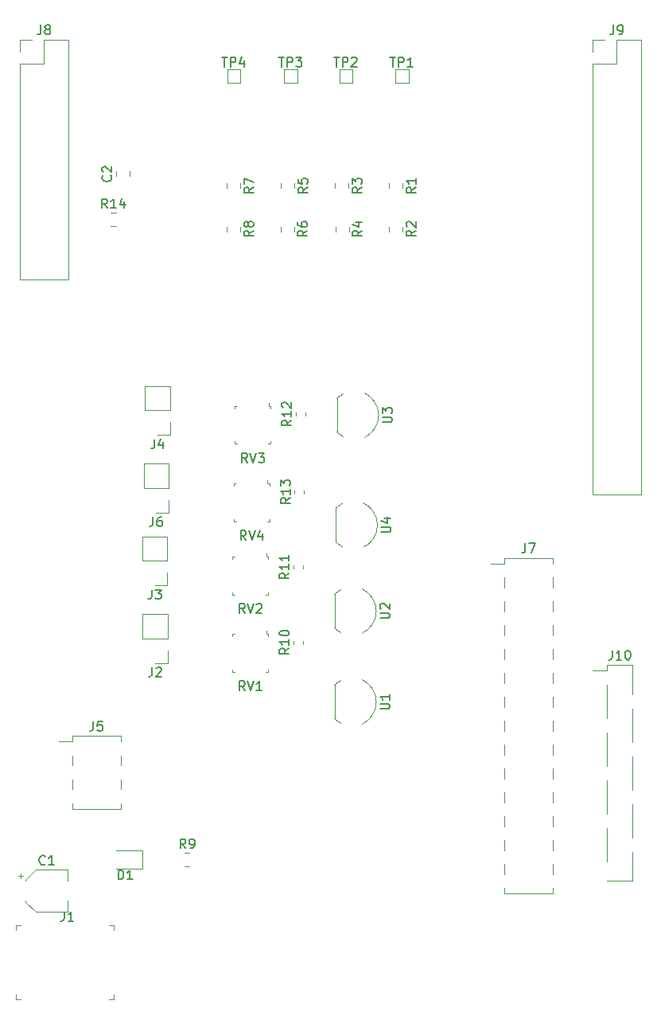
<source format=gbr>
G04 #@! TF.GenerationSoftware,KiCad,Pcbnew,(5.1.2)-2*
G04 #@! TF.CreationDate,2021-06-22T12:17:49+03:00*
G04 #@! TF.ProjectId,extension_board,65787465-6e73-4696-9f6e-5f626f617264,rev?*
G04 #@! TF.SameCoordinates,Original*
G04 #@! TF.FileFunction,Legend,Top*
G04 #@! TF.FilePolarity,Positive*
%FSLAX46Y46*%
G04 Gerber Fmt 4.6, Leading zero omitted, Abs format (unit mm)*
G04 Created by KiCad (PCBNEW (5.1.2)-2) date 2021-06-22 12:17:49*
%MOMM*%
%LPD*%
G04 APERTURE LIST*
%ADD10C,0.120000*%
%ADD11C,0.100000*%
%ADD12C,0.150000*%
G04 APERTURE END LIST*
D10*
X132020000Y-100524000D02*
X137220000Y-100524000D01*
X132020000Y-136204000D02*
X137220000Y-136204000D01*
X130580000Y-101094000D02*
X132020000Y-101094000D01*
X132020000Y-100524000D02*
X132020000Y-101094000D01*
X137220000Y-100524000D02*
X137220000Y-101094000D01*
X132020000Y-135634000D02*
X132020000Y-136204000D01*
X137220000Y-135634000D02*
X137220000Y-136204000D01*
X132020000Y-102614000D02*
X132020000Y-103634000D01*
X137220000Y-102614000D02*
X137220000Y-103634000D01*
X132020000Y-105154000D02*
X132020000Y-106174000D01*
X137220000Y-105154000D02*
X137220000Y-106174000D01*
X132020000Y-107694000D02*
X132020000Y-108714000D01*
X137220000Y-107694000D02*
X137220000Y-108714000D01*
X132020000Y-110234000D02*
X132020000Y-111254000D01*
X137220000Y-110234000D02*
X137220000Y-111254000D01*
X132020000Y-112774000D02*
X132020000Y-113794000D01*
X137220000Y-112774000D02*
X137220000Y-113794000D01*
X132020000Y-115314000D02*
X132020000Y-116334000D01*
X137220000Y-115314000D02*
X137220000Y-116334000D01*
X132020000Y-117854000D02*
X132020000Y-118874000D01*
X137220000Y-117854000D02*
X137220000Y-118874000D01*
X132020000Y-120394000D02*
X132020000Y-121414000D01*
X137220000Y-120394000D02*
X137220000Y-121414000D01*
X132020000Y-122934000D02*
X132020000Y-123954000D01*
X137220000Y-122934000D02*
X137220000Y-123954000D01*
X132020000Y-125474000D02*
X132020000Y-126494000D01*
X137220000Y-125474000D02*
X137220000Y-126494000D01*
X132020000Y-128014000D02*
X132020000Y-129034000D01*
X137220000Y-128014000D02*
X137220000Y-129034000D01*
X132020000Y-130554000D02*
X132020000Y-131574000D01*
X137220000Y-130554000D02*
X137220000Y-131574000D01*
X132020000Y-133094000D02*
X132020000Y-134114000D01*
X137220000Y-133094000D02*
X137220000Y-134114000D01*
X143005500Y-129220500D02*
X143005500Y-132780500D01*
X143005500Y-124140500D02*
X143005500Y-127700500D01*
X143005500Y-119060500D02*
X143005500Y-122620500D01*
X143005500Y-113980500D02*
X143005500Y-117540500D01*
X145665500Y-131760500D02*
X145665500Y-134870500D01*
X145665500Y-126680500D02*
X145665500Y-130240500D01*
X145665500Y-121600500D02*
X145665500Y-125160500D01*
X145665500Y-116520500D02*
X145665500Y-120080500D01*
X145665500Y-134300500D02*
X145665500Y-134870500D01*
X143005500Y-111890500D02*
X143005500Y-112460500D01*
X143005500Y-112460500D02*
X141485500Y-112460500D01*
X145665500Y-111890500D02*
X145665500Y-115000500D01*
X143005500Y-134870500D02*
X145665500Y-134870500D01*
X143005500Y-111890500D02*
X145665500Y-111890500D01*
X86046000Y-119447000D02*
X91246000Y-119447000D01*
X86046000Y-127187000D02*
X91246000Y-127187000D01*
X84606000Y-120017000D02*
X86046000Y-120017000D01*
X86046000Y-119447000D02*
X86046000Y-120017000D01*
X91246000Y-119447000D02*
X91246000Y-120017000D01*
X86046000Y-126617000D02*
X86046000Y-127187000D01*
X91246000Y-126617000D02*
X91246000Y-127187000D01*
X86046000Y-121537000D02*
X86046000Y-122557000D01*
X91246000Y-121537000D02*
X91246000Y-122557000D01*
X86046000Y-124077000D02*
X86046000Y-125097000D01*
X91246000Y-124077000D02*
X91246000Y-125097000D01*
X114828205Y-99352184D02*
G75*
G02X114101000Y-98828000I1122795J2324184D01*
G01*
X117049807Y-99384400D02*
G75*
G03X118551000Y-97028000I-1098807J2356400D01*
G01*
X117049807Y-94671600D02*
G75*
G02X118551000Y-97028000I-1098807J-2356400D01*
G01*
X114828205Y-94703816D02*
G75*
G03X114101000Y-95228000I1122795J-2324184D01*
G01*
X114101000Y-95228000D02*
X114101000Y-98828000D01*
X114701205Y-108496184D02*
G75*
G02X113974000Y-107972000I1122795J2324184D01*
G01*
X116922807Y-108528400D02*
G75*
G03X118424000Y-106172000I-1098807J2356400D01*
G01*
X116922807Y-103815600D02*
G75*
G02X118424000Y-106172000I-1098807J-2356400D01*
G01*
X114701205Y-103847816D02*
G75*
G03X113974000Y-104372000I1122795J-2324184D01*
G01*
X113974000Y-104372000D02*
X113974000Y-107972000D01*
X96326000Y-95691000D02*
X94996000Y-95691000D01*
X96326000Y-94361000D02*
X96326000Y-95691000D01*
X96326000Y-93091000D02*
X93666000Y-93091000D01*
X93666000Y-93091000D02*
X93666000Y-90491000D01*
X96326000Y-93091000D02*
X96326000Y-90491000D01*
X96326000Y-90491000D02*
X93666000Y-90491000D01*
X96468000Y-87436000D02*
X95138000Y-87436000D01*
X96468000Y-86106000D02*
X96468000Y-87436000D01*
X96468000Y-84836000D02*
X93808000Y-84836000D01*
X93808000Y-84836000D02*
X93808000Y-82236000D01*
X96468000Y-84836000D02*
X96468000Y-82236000D01*
X96468000Y-82236000D02*
X93808000Y-82236000D01*
X96184000Y-103438000D02*
X94854000Y-103438000D01*
X96184000Y-102108000D02*
X96184000Y-103438000D01*
X96184000Y-100838000D02*
X93524000Y-100838000D01*
X93524000Y-100838000D02*
X93524000Y-98238000D01*
X96184000Y-100838000D02*
X96184000Y-98238000D01*
X96184000Y-98238000D02*
X93524000Y-98238000D01*
X96214000Y-111693000D02*
X94884000Y-111693000D01*
X96214000Y-110363000D02*
X96214000Y-111693000D01*
X96214000Y-109093000D02*
X93554000Y-109093000D01*
X93554000Y-109093000D02*
X93554000Y-106493000D01*
X96214000Y-109093000D02*
X96214000Y-106493000D01*
X96214000Y-106493000D02*
X93554000Y-106493000D01*
X114955205Y-87668184D02*
G75*
G02X114228000Y-87144000I1122795J2324184D01*
G01*
X117176807Y-87700400D02*
G75*
G03X118678000Y-85344000I-1098807J2356400D01*
G01*
X117176807Y-82987600D02*
G75*
G02X118678000Y-85344000I-1098807J-2356400D01*
G01*
X114955205Y-83019816D02*
G75*
G03X114228000Y-83544000I1122795J-2324184D01*
G01*
X114228000Y-83544000D02*
X114228000Y-87144000D01*
X114701205Y-118148184D02*
G75*
G02X113974000Y-117624000I1122795J2324184D01*
G01*
X116922807Y-118180400D02*
G75*
G03X118424000Y-115824000I-1098807J2356400D01*
G01*
X116922807Y-113467600D02*
G75*
G02X118424000Y-115824000I-1098807J-2356400D01*
G01*
X114701205Y-113499816D02*
G75*
G03X113974000Y-114024000I1122795J-2324184D01*
G01*
X113974000Y-114024000D02*
X113974000Y-117624000D01*
X102551000Y-49976000D02*
X102551000Y-48576000D01*
X103951000Y-49976000D02*
X102551000Y-49976000D01*
X103951000Y-48576000D02*
X103951000Y-49976000D01*
X102551000Y-48576000D02*
X103951000Y-48576000D01*
X108604666Y-49976000D02*
X108604666Y-48576000D01*
X110004666Y-49976000D02*
X108604666Y-49976000D01*
X110004666Y-48576000D02*
X110004666Y-49976000D01*
X108604666Y-48576000D02*
X110004666Y-48576000D01*
X114489000Y-49976000D02*
X114489000Y-48576000D01*
X115889000Y-49976000D02*
X114489000Y-49976000D01*
X115889000Y-48576000D02*
X115889000Y-49976000D01*
X114489000Y-48576000D02*
X115889000Y-48576000D01*
X120458000Y-49976000D02*
X120458000Y-48576000D01*
X121858000Y-49976000D02*
X120458000Y-49976000D01*
X121858000Y-48576000D02*
X121858000Y-49976000D01*
X120458000Y-48576000D02*
X121858000Y-48576000D01*
X90171748Y-65226000D02*
X90694252Y-65226000D01*
X90171748Y-63806000D02*
X90694252Y-63806000D01*
X92150000Y-59942252D02*
X92150000Y-59419748D01*
X90730000Y-59942252D02*
X90730000Y-59419748D01*
X141418000Y-45406000D02*
X142748000Y-45406000D01*
X141418000Y-46736000D02*
X141418000Y-45406000D01*
X144018000Y-45406000D02*
X146618000Y-45406000D01*
X144018000Y-48006000D02*
X144018000Y-45406000D01*
X141418000Y-48006000D02*
X144018000Y-48006000D01*
X146618000Y-45406000D02*
X146618000Y-93786000D01*
X141418000Y-48006000D02*
X141418000Y-93786000D01*
X141418000Y-93786000D02*
X146618000Y-93786000D01*
X80458000Y-45406000D02*
X81788000Y-45406000D01*
X80458000Y-46736000D02*
X80458000Y-45406000D01*
X83058000Y-45406000D02*
X85658000Y-45406000D01*
X83058000Y-48006000D02*
X83058000Y-45406000D01*
X80458000Y-48006000D02*
X83058000Y-48006000D01*
X85658000Y-45406000D02*
X85658000Y-70926000D01*
X80458000Y-48006000D02*
X80458000Y-70926000D01*
X80458000Y-70926000D02*
X85658000Y-70926000D01*
X85598000Y-138166000D02*
X85598000Y-136966000D01*
X85598000Y-133646000D02*
X85598000Y-134846000D01*
X82142437Y-133646000D02*
X85598000Y-133646000D01*
X82142437Y-138166000D02*
X85598000Y-138166000D01*
X81078000Y-137101563D02*
X81078000Y-136966000D01*
X81078000Y-134710437D02*
X81078000Y-134846000D01*
X81078000Y-134710437D02*
X82142437Y-133646000D01*
X81078000Y-137101563D02*
X82142437Y-138166000D01*
X80338000Y-134346000D02*
X80838000Y-134346000D01*
X80588000Y-134096000D02*
X80588000Y-134596000D01*
X90703000Y-133548000D02*
X93563000Y-133548000D01*
X93563000Y-133548000D02*
X93563000Y-131628000D01*
X93563000Y-131628000D02*
X90703000Y-131628000D01*
D11*
X90476000Y-139610000D02*
X89976000Y-139610000D01*
X90476000Y-139610000D02*
X90476000Y-140110000D01*
X90466000Y-147430000D02*
X89966000Y-147430000D01*
X90466000Y-146930000D02*
X90466000Y-147430000D01*
X80088000Y-147410000D02*
X80588000Y-147410000D01*
X80088000Y-146910000D02*
X80088000Y-147410000D01*
X80088000Y-139610000D02*
X80088000Y-140110000D01*
X80088000Y-139610000D02*
X80588000Y-139610000D01*
D10*
X119813000Y-60689748D02*
X119813000Y-61212252D01*
X121233000Y-60689748D02*
X121233000Y-61212252D01*
X121233000Y-65279748D02*
X121233000Y-65802252D01*
X119813000Y-65279748D02*
X119813000Y-65802252D01*
X114055666Y-60689748D02*
X114055666Y-61212252D01*
X115475666Y-60689748D02*
X115475666Y-61212252D01*
X115518000Y-65279748D02*
X115518000Y-65802252D01*
X114098000Y-65279748D02*
X114098000Y-65802252D01*
X109718333Y-60689748D02*
X109718333Y-61212252D01*
X108298333Y-60689748D02*
X108298333Y-61212252D01*
X108256000Y-65279748D02*
X108256000Y-65802252D01*
X109676000Y-65279748D02*
X109676000Y-65802252D01*
X102541000Y-60689748D02*
X102541000Y-61212252D01*
X103961000Y-60689748D02*
X103961000Y-61212252D01*
X103961000Y-65279748D02*
X103961000Y-65802252D01*
X102541000Y-65279748D02*
X102541000Y-65802252D01*
X98036748Y-131878000D02*
X98559252Y-131878000D01*
X98036748Y-133298000D02*
X98559252Y-133298000D01*
X109599000Y-109659267D02*
X109599000Y-109316733D01*
X110619000Y-109659267D02*
X110619000Y-109316733D01*
X109599000Y-101658267D02*
X109599000Y-101315733D01*
X110619000Y-101658267D02*
X110619000Y-101315733D01*
X110873000Y-85402267D02*
X110873000Y-85059733D01*
X109853000Y-85402267D02*
X109853000Y-85059733D01*
X110746000Y-93657267D02*
X110746000Y-93314733D01*
X109726000Y-93657267D02*
X109726000Y-93314733D01*
D11*
X106729000Y-108623000D02*
X106729000Y-108273000D01*
X106929000Y-108623000D02*
X106729000Y-108623000D01*
X106929000Y-108873000D02*
X106929000Y-108623000D01*
X103129000Y-108623000D02*
X103129000Y-108873000D01*
X103129000Y-108623000D02*
X103329000Y-108623000D01*
X103129000Y-112623000D02*
X103379000Y-112623000D01*
X103129000Y-112623000D02*
X103129000Y-112373000D01*
X106929000Y-112623000D02*
X106679000Y-112623000D01*
X106929000Y-112623000D02*
X106929000Y-112373000D01*
X106929000Y-104398000D02*
X106929000Y-104148000D01*
X106929000Y-104398000D02*
X106679000Y-104398000D01*
X103129000Y-104398000D02*
X103129000Y-104148000D01*
X103129000Y-104398000D02*
X103379000Y-104398000D01*
X103129000Y-100398000D02*
X103329000Y-100398000D01*
X103129000Y-100398000D02*
X103129000Y-100648000D01*
X106929000Y-100648000D02*
X106929000Y-100398000D01*
X106929000Y-100398000D02*
X106729000Y-100398000D01*
X106729000Y-100398000D02*
X106729000Y-100048000D01*
X107183000Y-88381000D02*
X107183000Y-88131000D01*
X107183000Y-88381000D02*
X106933000Y-88381000D01*
X103383000Y-88381000D02*
X103383000Y-88131000D01*
X103383000Y-88381000D02*
X103633000Y-88381000D01*
X103383000Y-84381000D02*
X103583000Y-84381000D01*
X103383000Y-84381000D02*
X103383000Y-84631000D01*
X107183000Y-84631000D02*
X107183000Y-84381000D01*
X107183000Y-84381000D02*
X106983000Y-84381000D01*
X106983000Y-84381000D02*
X106983000Y-84031000D01*
X106856000Y-92621000D02*
X106856000Y-92271000D01*
X107056000Y-92621000D02*
X106856000Y-92621000D01*
X107056000Y-92871000D02*
X107056000Y-92621000D01*
X103256000Y-92621000D02*
X103256000Y-92871000D01*
X103256000Y-92621000D02*
X103456000Y-92621000D01*
X103256000Y-96621000D02*
X103506000Y-96621000D01*
X103256000Y-96621000D02*
X103256000Y-96371000D01*
X107056000Y-96621000D02*
X106806000Y-96621000D01*
X107056000Y-96621000D02*
X107056000Y-96371000D01*
D12*
X134286666Y-98976380D02*
X134286666Y-99690666D01*
X134239047Y-99833523D01*
X134143809Y-99928761D01*
X134000952Y-99976380D01*
X133905714Y-99976380D01*
X134667619Y-98976380D02*
X135334285Y-98976380D01*
X134905714Y-99976380D01*
X143525976Y-110342880D02*
X143525976Y-111057166D01*
X143478357Y-111200023D01*
X143383119Y-111295261D01*
X143240261Y-111342880D01*
X143145023Y-111342880D01*
X144525976Y-111342880D02*
X143954547Y-111342880D01*
X144240261Y-111342880D02*
X144240261Y-110342880D01*
X144145023Y-110485738D01*
X144049785Y-110580976D01*
X143954547Y-110628595D01*
X145145023Y-110342880D02*
X145240261Y-110342880D01*
X145335500Y-110390500D01*
X145383119Y-110438119D01*
X145430738Y-110533357D01*
X145478357Y-110723833D01*
X145478357Y-110961928D01*
X145430738Y-111152404D01*
X145383119Y-111247642D01*
X145335500Y-111295261D01*
X145240261Y-111342880D01*
X145145023Y-111342880D01*
X145049785Y-111295261D01*
X145002166Y-111247642D01*
X144954547Y-111152404D01*
X144906928Y-110961928D01*
X144906928Y-110723833D01*
X144954547Y-110533357D01*
X145002166Y-110438119D01*
X145049785Y-110390500D01*
X145145023Y-110342880D01*
X88312666Y-117899380D02*
X88312666Y-118613666D01*
X88265047Y-118756523D01*
X88169809Y-118851761D01*
X88026952Y-118899380D01*
X87931714Y-118899380D01*
X89265047Y-117899380D02*
X88788857Y-117899380D01*
X88741238Y-118375571D01*
X88788857Y-118327952D01*
X88884095Y-118280333D01*
X89122190Y-118280333D01*
X89217428Y-118327952D01*
X89265047Y-118375571D01*
X89312666Y-118470809D01*
X89312666Y-118708904D01*
X89265047Y-118804142D01*
X89217428Y-118851761D01*
X89122190Y-118899380D01*
X88884095Y-118899380D01*
X88788857Y-118851761D01*
X88741238Y-118804142D01*
X118963380Y-97789904D02*
X119772904Y-97789904D01*
X119868142Y-97742285D01*
X119915761Y-97694666D01*
X119963380Y-97599428D01*
X119963380Y-97408952D01*
X119915761Y-97313714D01*
X119868142Y-97266095D01*
X119772904Y-97218476D01*
X118963380Y-97218476D01*
X119296714Y-96313714D02*
X119963380Y-96313714D01*
X118915761Y-96551809D02*
X119630047Y-96789904D01*
X119630047Y-96170857D01*
X118836380Y-106933904D02*
X119645904Y-106933904D01*
X119741142Y-106886285D01*
X119788761Y-106838666D01*
X119836380Y-106743428D01*
X119836380Y-106552952D01*
X119788761Y-106457714D01*
X119741142Y-106410095D01*
X119645904Y-106362476D01*
X118836380Y-106362476D01*
X118931619Y-105933904D02*
X118884000Y-105886285D01*
X118836380Y-105791047D01*
X118836380Y-105552952D01*
X118884000Y-105457714D01*
X118931619Y-105410095D01*
X119026857Y-105362476D01*
X119122095Y-105362476D01*
X119264952Y-105410095D01*
X119836380Y-105981523D01*
X119836380Y-105362476D01*
X94662666Y-96143380D02*
X94662666Y-96857666D01*
X94615047Y-97000523D01*
X94519809Y-97095761D01*
X94376952Y-97143380D01*
X94281714Y-97143380D01*
X95567428Y-96143380D02*
X95376952Y-96143380D01*
X95281714Y-96191000D01*
X95234095Y-96238619D01*
X95138857Y-96381476D01*
X95091238Y-96571952D01*
X95091238Y-96952904D01*
X95138857Y-97048142D01*
X95186476Y-97095761D01*
X95281714Y-97143380D01*
X95472190Y-97143380D01*
X95567428Y-97095761D01*
X95615047Y-97048142D01*
X95662666Y-96952904D01*
X95662666Y-96714809D01*
X95615047Y-96619571D01*
X95567428Y-96571952D01*
X95472190Y-96524333D01*
X95281714Y-96524333D01*
X95186476Y-96571952D01*
X95138857Y-96619571D01*
X95091238Y-96714809D01*
X94804666Y-87888380D02*
X94804666Y-88602666D01*
X94757047Y-88745523D01*
X94661809Y-88840761D01*
X94518952Y-88888380D01*
X94423714Y-88888380D01*
X95709428Y-88221714D02*
X95709428Y-88888380D01*
X95471333Y-87840761D02*
X95233238Y-88555047D01*
X95852285Y-88555047D01*
X94520666Y-103890380D02*
X94520666Y-104604666D01*
X94473047Y-104747523D01*
X94377809Y-104842761D01*
X94234952Y-104890380D01*
X94139714Y-104890380D01*
X94901619Y-103890380D02*
X95520666Y-103890380D01*
X95187333Y-104271333D01*
X95330190Y-104271333D01*
X95425428Y-104318952D01*
X95473047Y-104366571D01*
X95520666Y-104461809D01*
X95520666Y-104699904D01*
X95473047Y-104795142D01*
X95425428Y-104842761D01*
X95330190Y-104890380D01*
X95044476Y-104890380D01*
X94949238Y-104842761D01*
X94901619Y-104795142D01*
X94550666Y-112145380D02*
X94550666Y-112859666D01*
X94503047Y-113002523D01*
X94407809Y-113097761D01*
X94264952Y-113145380D01*
X94169714Y-113145380D01*
X94979238Y-112240619D02*
X95026857Y-112193000D01*
X95122095Y-112145380D01*
X95360190Y-112145380D01*
X95455428Y-112193000D01*
X95503047Y-112240619D01*
X95550666Y-112335857D01*
X95550666Y-112431095D01*
X95503047Y-112573952D01*
X94931619Y-113145380D01*
X95550666Y-113145380D01*
X119090380Y-86105904D02*
X119899904Y-86105904D01*
X119995142Y-86058285D01*
X120042761Y-86010666D01*
X120090380Y-85915428D01*
X120090380Y-85724952D01*
X120042761Y-85629714D01*
X119995142Y-85582095D01*
X119899904Y-85534476D01*
X119090380Y-85534476D01*
X119090380Y-85153523D02*
X119090380Y-84534476D01*
X119471333Y-84867809D01*
X119471333Y-84724952D01*
X119518952Y-84629714D01*
X119566571Y-84582095D01*
X119661809Y-84534476D01*
X119899904Y-84534476D01*
X119995142Y-84582095D01*
X120042761Y-84629714D01*
X120090380Y-84724952D01*
X120090380Y-85010666D01*
X120042761Y-85105904D01*
X119995142Y-85153523D01*
X118836380Y-116585904D02*
X119645904Y-116585904D01*
X119741142Y-116538285D01*
X119788761Y-116490666D01*
X119836380Y-116395428D01*
X119836380Y-116204952D01*
X119788761Y-116109714D01*
X119741142Y-116062095D01*
X119645904Y-116014476D01*
X118836380Y-116014476D01*
X119836380Y-115014476D02*
X119836380Y-115585904D01*
X119836380Y-115300190D02*
X118836380Y-115300190D01*
X118979238Y-115395428D01*
X119074476Y-115490666D01*
X119122095Y-115585904D01*
X101989095Y-47280380D02*
X102560523Y-47280380D01*
X102274809Y-48280380D02*
X102274809Y-47280380D01*
X102893857Y-48280380D02*
X102893857Y-47280380D01*
X103274809Y-47280380D01*
X103370047Y-47328000D01*
X103417666Y-47375619D01*
X103465285Y-47470857D01*
X103465285Y-47613714D01*
X103417666Y-47708952D01*
X103370047Y-47756571D01*
X103274809Y-47804190D01*
X102893857Y-47804190D01*
X104322428Y-47613714D02*
X104322428Y-48280380D01*
X104084333Y-47232761D02*
X103846238Y-47947047D01*
X104465285Y-47947047D01*
X108042761Y-47280380D02*
X108614189Y-47280380D01*
X108328475Y-48280380D02*
X108328475Y-47280380D01*
X108947523Y-48280380D02*
X108947523Y-47280380D01*
X109328475Y-47280380D01*
X109423713Y-47328000D01*
X109471332Y-47375619D01*
X109518951Y-47470857D01*
X109518951Y-47613714D01*
X109471332Y-47708952D01*
X109423713Y-47756571D01*
X109328475Y-47804190D01*
X108947523Y-47804190D01*
X109852285Y-47280380D02*
X110471332Y-47280380D01*
X110137999Y-47661333D01*
X110280856Y-47661333D01*
X110376094Y-47708952D01*
X110423713Y-47756571D01*
X110471332Y-47851809D01*
X110471332Y-48089904D01*
X110423713Y-48185142D01*
X110376094Y-48232761D01*
X110280856Y-48280380D01*
X109995142Y-48280380D01*
X109899904Y-48232761D01*
X109852285Y-48185142D01*
X113927095Y-47280380D02*
X114498523Y-47280380D01*
X114212809Y-48280380D02*
X114212809Y-47280380D01*
X114831857Y-48280380D02*
X114831857Y-47280380D01*
X115212809Y-47280380D01*
X115308047Y-47328000D01*
X115355666Y-47375619D01*
X115403285Y-47470857D01*
X115403285Y-47613714D01*
X115355666Y-47708952D01*
X115308047Y-47756571D01*
X115212809Y-47804190D01*
X114831857Y-47804190D01*
X115784238Y-47375619D02*
X115831857Y-47328000D01*
X115927095Y-47280380D01*
X116165190Y-47280380D01*
X116260428Y-47328000D01*
X116308047Y-47375619D01*
X116355666Y-47470857D01*
X116355666Y-47566095D01*
X116308047Y-47708952D01*
X115736619Y-48280380D01*
X116355666Y-48280380D01*
X119896095Y-47280380D02*
X120467523Y-47280380D01*
X120181809Y-48280380D02*
X120181809Y-47280380D01*
X120800857Y-48280380D02*
X120800857Y-47280380D01*
X121181809Y-47280380D01*
X121277047Y-47328000D01*
X121324666Y-47375619D01*
X121372285Y-47470857D01*
X121372285Y-47613714D01*
X121324666Y-47708952D01*
X121277047Y-47756571D01*
X121181809Y-47804190D01*
X120800857Y-47804190D01*
X122324666Y-48280380D02*
X121753238Y-48280380D01*
X122038952Y-48280380D02*
X122038952Y-47280380D01*
X121943714Y-47423238D01*
X121848476Y-47518476D01*
X121753238Y-47566095D01*
X89790142Y-63318380D02*
X89456809Y-62842190D01*
X89218714Y-63318380D02*
X89218714Y-62318380D01*
X89599666Y-62318380D01*
X89694904Y-62366000D01*
X89742523Y-62413619D01*
X89790142Y-62508857D01*
X89790142Y-62651714D01*
X89742523Y-62746952D01*
X89694904Y-62794571D01*
X89599666Y-62842190D01*
X89218714Y-62842190D01*
X90742523Y-63318380D02*
X90171095Y-63318380D01*
X90456809Y-63318380D02*
X90456809Y-62318380D01*
X90361571Y-62461238D01*
X90266333Y-62556476D01*
X90171095Y-62604095D01*
X91599666Y-62651714D02*
X91599666Y-63318380D01*
X91361571Y-62270761D02*
X91123476Y-62985047D01*
X91742523Y-62985047D01*
X90147142Y-59847666D02*
X90194761Y-59895285D01*
X90242380Y-60038142D01*
X90242380Y-60133380D01*
X90194761Y-60276238D01*
X90099523Y-60371476D01*
X90004285Y-60419095D01*
X89813809Y-60466714D01*
X89670952Y-60466714D01*
X89480476Y-60419095D01*
X89385238Y-60371476D01*
X89290000Y-60276238D01*
X89242380Y-60133380D01*
X89242380Y-60038142D01*
X89290000Y-59895285D01*
X89337619Y-59847666D01*
X89337619Y-59466714D02*
X89290000Y-59419095D01*
X89242380Y-59323857D01*
X89242380Y-59085761D01*
X89290000Y-58990523D01*
X89337619Y-58942904D01*
X89432857Y-58895285D01*
X89528095Y-58895285D01*
X89670952Y-58942904D01*
X90242380Y-59514333D01*
X90242380Y-58895285D01*
X143684666Y-43858380D02*
X143684666Y-44572666D01*
X143637047Y-44715523D01*
X143541809Y-44810761D01*
X143398952Y-44858380D01*
X143303714Y-44858380D01*
X144208476Y-44858380D02*
X144398952Y-44858380D01*
X144494190Y-44810761D01*
X144541809Y-44763142D01*
X144637047Y-44620285D01*
X144684666Y-44429809D01*
X144684666Y-44048857D01*
X144637047Y-43953619D01*
X144589428Y-43906000D01*
X144494190Y-43858380D01*
X144303714Y-43858380D01*
X144208476Y-43906000D01*
X144160857Y-43953619D01*
X144113238Y-44048857D01*
X144113238Y-44286952D01*
X144160857Y-44382190D01*
X144208476Y-44429809D01*
X144303714Y-44477428D01*
X144494190Y-44477428D01*
X144589428Y-44429809D01*
X144637047Y-44382190D01*
X144684666Y-44286952D01*
X82724666Y-43858380D02*
X82724666Y-44572666D01*
X82677047Y-44715523D01*
X82581809Y-44810761D01*
X82438952Y-44858380D01*
X82343714Y-44858380D01*
X83343714Y-44286952D02*
X83248476Y-44239333D01*
X83200857Y-44191714D01*
X83153238Y-44096476D01*
X83153238Y-44048857D01*
X83200857Y-43953619D01*
X83248476Y-43906000D01*
X83343714Y-43858380D01*
X83534190Y-43858380D01*
X83629428Y-43906000D01*
X83677047Y-43953619D01*
X83724666Y-44048857D01*
X83724666Y-44096476D01*
X83677047Y-44191714D01*
X83629428Y-44239333D01*
X83534190Y-44286952D01*
X83343714Y-44286952D01*
X83248476Y-44334571D01*
X83200857Y-44382190D01*
X83153238Y-44477428D01*
X83153238Y-44667904D01*
X83200857Y-44763142D01*
X83248476Y-44810761D01*
X83343714Y-44858380D01*
X83534190Y-44858380D01*
X83629428Y-44810761D01*
X83677047Y-44763142D01*
X83724666Y-44667904D01*
X83724666Y-44477428D01*
X83677047Y-44382190D01*
X83629428Y-44334571D01*
X83534190Y-44286952D01*
X83171333Y-133063142D02*
X83123714Y-133110761D01*
X82980857Y-133158380D01*
X82885619Y-133158380D01*
X82742761Y-133110761D01*
X82647523Y-133015523D01*
X82599904Y-132920285D01*
X82552285Y-132729809D01*
X82552285Y-132586952D01*
X82599904Y-132396476D01*
X82647523Y-132301238D01*
X82742761Y-132206000D01*
X82885619Y-132158380D01*
X82980857Y-132158380D01*
X83123714Y-132206000D01*
X83171333Y-132253619D01*
X84123714Y-133158380D02*
X83552285Y-133158380D01*
X83838000Y-133158380D02*
X83838000Y-132158380D01*
X83742761Y-132301238D01*
X83647523Y-132396476D01*
X83552285Y-132444095D01*
X90964904Y-134690380D02*
X90964904Y-133690380D01*
X91203000Y-133690380D01*
X91345857Y-133738000D01*
X91441095Y-133833238D01*
X91488714Y-133928476D01*
X91536333Y-134118952D01*
X91536333Y-134261809D01*
X91488714Y-134452285D01*
X91441095Y-134547523D01*
X91345857Y-134642761D01*
X91203000Y-134690380D01*
X90964904Y-134690380D01*
X92488714Y-134690380D02*
X91917285Y-134690380D01*
X92203000Y-134690380D02*
X92203000Y-133690380D01*
X92107761Y-133833238D01*
X92012523Y-133928476D01*
X91917285Y-133976095D01*
X85198666Y-138136380D02*
X85198666Y-138850666D01*
X85151047Y-138993523D01*
X85055809Y-139088761D01*
X84912952Y-139136380D01*
X84817714Y-139136380D01*
X86198666Y-139136380D02*
X85627238Y-139136380D01*
X85912952Y-139136380D02*
X85912952Y-138136380D01*
X85817714Y-138279238D01*
X85722476Y-138374476D01*
X85627238Y-138422095D01*
X122625380Y-61117666D02*
X122149190Y-61451000D01*
X122625380Y-61689095D02*
X121625380Y-61689095D01*
X121625380Y-61308142D01*
X121673000Y-61212904D01*
X121720619Y-61165285D01*
X121815857Y-61117666D01*
X121958714Y-61117666D01*
X122053952Y-61165285D01*
X122101571Y-61212904D01*
X122149190Y-61308142D01*
X122149190Y-61689095D01*
X122625380Y-60165285D02*
X122625380Y-60736714D01*
X122625380Y-60451000D02*
X121625380Y-60451000D01*
X121768238Y-60546238D01*
X121863476Y-60641476D01*
X121911095Y-60736714D01*
X122625380Y-65707666D02*
X122149190Y-66041000D01*
X122625380Y-66279095D02*
X121625380Y-66279095D01*
X121625380Y-65898142D01*
X121673000Y-65802904D01*
X121720619Y-65755285D01*
X121815857Y-65707666D01*
X121958714Y-65707666D01*
X122053952Y-65755285D01*
X122101571Y-65802904D01*
X122149190Y-65898142D01*
X122149190Y-66279095D01*
X121720619Y-65326714D02*
X121673000Y-65279095D01*
X121625380Y-65183857D01*
X121625380Y-64945761D01*
X121673000Y-64850523D01*
X121720619Y-64802904D01*
X121815857Y-64755285D01*
X121911095Y-64755285D01*
X122053952Y-64802904D01*
X122625380Y-65374333D01*
X122625380Y-64755285D01*
X116868046Y-61117666D02*
X116391856Y-61451000D01*
X116868046Y-61689095D02*
X115868046Y-61689095D01*
X115868046Y-61308142D01*
X115915666Y-61212904D01*
X115963285Y-61165285D01*
X116058523Y-61117666D01*
X116201380Y-61117666D01*
X116296618Y-61165285D01*
X116344237Y-61212904D01*
X116391856Y-61308142D01*
X116391856Y-61689095D01*
X115868046Y-60784333D02*
X115868046Y-60165285D01*
X116248999Y-60498619D01*
X116248999Y-60355761D01*
X116296618Y-60260523D01*
X116344237Y-60212904D01*
X116439475Y-60165285D01*
X116677570Y-60165285D01*
X116772808Y-60212904D01*
X116820427Y-60260523D01*
X116868046Y-60355761D01*
X116868046Y-60641476D01*
X116820427Y-60736714D01*
X116772808Y-60784333D01*
X116910380Y-65707666D02*
X116434190Y-66041000D01*
X116910380Y-66279095D02*
X115910380Y-66279095D01*
X115910380Y-65898142D01*
X115958000Y-65802904D01*
X116005619Y-65755285D01*
X116100857Y-65707666D01*
X116243714Y-65707666D01*
X116338952Y-65755285D01*
X116386571Y-65802904D01*
X116434190Y-65898142D01*
X116434190Y-66279095D01*
X116243714Y-64850523D02*
X116910380Y-64850523D01*
X115862761Y-65088619D02*
X116577047Y-65326714D01*
X116577047Y-64707666D01*
X111110713Y-61117666D02*
X110634523Y-61451000D01*
X111110713Y-61689095D02*
X110110713Y-61689095D01*
X110110713Y-61308142D01*
X110158333Y-61212904D01*
X110205952Y-61165285D01*
X110301190Y-61117666D01*
X110444047Y-61117666D01*
X110539285Y-61165285D01*
X110586904Y-61212904D01*
X110634523Y-61308142D01*
X110634523Y-61689095D01*
X110110713Y-60212904D02*
X110110713Y-60689095D01*
X110586904Y-60736714D01*
X110539285Y-60689095D01*
X110491666Y-60593857D01*
X110491666Y-60355761D01*
X110539285Y-60260523D01*
X110586904Y-60212904D01*
X110682142Y-60165285D01*
X110920237Y-60165285D01*
X111015475Y-60212904D01*
X111063094Y-60260523D01*
X111110713Y-60355761D01*
X111110713Y-60593857D01*
X111063094Y-60689095D01*
X111015475Y-60736714D01*
X111068380Y-65707666D02*
X110592190Y-66041000D01*
X111068380Y-66279095D02*
X110068380Y-66279095D01*
X110068380Y-65898142D01*
X110116000Y-65802904D01*
X110163619Y-65755285D01*
X110258857Y-65707666D01*
X110401714Y-65707666D01*
X110496952Y-65755285D01*
X110544571Y-65802904D01*
X110592190Y-65898142D01*
X110592190Y-66279095D01*
X110068380Y-64850523D02*
X110068380Y-65041000D01*
X110116000Y-65136238D01*
X110163619Y-65183857D01*
X110306476Y-65279095D01*
X110496952Y-65326714D01*
X110877904Y-65326714D01*
X110973142Y-65279095D01*
X111020761Y-65231476D01*
X111068380Y-65136238D01*
X111068380Y-64945761D01*
X111020761Y-64850523D01*
X110973142Y-64802904D01*
X110877904Y-64755285D01*
X110639809Y-64755285D01*
X110544571Y-64802904D01*
X110496952Y-64850523D01*
X110449333Y-64945761D01*
X110449333Y-65136238D01*
X110496952Y-65231476D01*
X110544571Y-65279095D01*
X110639809Y-65326714D01*
X105353380Y-61117666D02*
X104877190Y-61451000D01*
X105353380Y-61689095D02*
X104353380Y-61689095D01*
X104353380Y-61308142D01*
X104401000Y-61212904D01*
X104448619Y-61165285D01*
X104543857Y-61117666D01*
X104686714Y-61117666D01*
X104781952Y-61165285D01*
X104829571Y-61212904D01*
X104877190Y-61308142D01*
X104877190Y-61689095D01*
X104353380Y-60784333D02*
X104353380Y-60117666D01*
X105353380Y-60546238D01*
X105353380Y-65707666D02*
X104877190Y-66041000D01*
X105353380Y-66279095D02*
X104353380Y-66279095D01*
X104353380Y-65898142D01*
X104401000Y-65802904D01*
X104448619Y-65755285D01*
X104543857Y-65707666D01*
X104686714Y-65707666D01*
X104781952Y-65755285D01*
X104829571Y-65802904D01*
X104877190Y-65898142D01*
X104877190Y-66279095D01*
X104781952Y-65136238D02*
X104734333Y-65231476D01*
X104686714Y-65279095D01*
X104591476Y-65326714D01*
X104543857Y-65326714D01*
X104448619Y-65279095D01*
X104401000Y-65231476D01*
X104353380Y-65136238D01*
X104353380Y-64945761D01*
X104401000Y-64850523D01*
X104448619Y-64802904D01*
X104543857Y-64755285D01*
X104591476Y-64755285D01*
X104686714Y-64802904D01*
X104734333Y-64850523D01*
X104781952Y-64945761D01*
X104781952Y-65136238D01*
X104829571Y-65231476D01*
X104877190Y-65279095D01*
X104972428Y-65326714D01*
X105162904Y-65326714D01*
X105258142Y-65279095D01*
X105305761Y-65231476D01*
X105353380Y-65136238D01*
X105353380Y-64945761D01*
X105305761Y-64850523D01*
X105258142Y-64802904D01*
X105162904Y-64755285D01*
X104972428Y-64755285D01*
X104877190Y-64802904D01*
X104829571Y-64850523D01*
X104781952Y-64945761D01*
X98131333Y-131390380D02*
X97798000Y-130914190D01*
X97559904Y-131390380D02*
X97559904Y-130390380D01*
X97940857Y-130390380D01*
X98036095Y-130438000D01*
X98083714Y-130485619D01*
X98131333Y-130580857D01*
X98131333Y-130723714D01*
X98083714Y-130818952D01*
X98036095Y-130866571D01*
X97940857Y-130914190D01*
X97559904Y-130914190D01*
X98607523Y-131390380D02*
X98798000Y-131390380D01*
X98893238Y-131342761D01*
X98940857Y-131295142D01*
X99036095Y-131152285D01*
X99083714Y-130961809D01*
X99083714Y-130580857D01*
X99036095Y-130485619D01*
X98988476Y-130438000D01*
X98893238Y-130390380D01*
X98702761Y-130390380D01*
X98607523Y-130438000D01*
X98559904Y-130485619D01*
X98512285Y-130580857D01*
X98512285Y-130818952D01*
X98559904Y-130914190D01*
X98607523Y-130961809D01*
X98702761Y-131009428D01*
X98893238Y-131009428D01*
X98988476Y-130961809D01*
X99036095Y-130914190D01*
X99083714Y-130818952D01*
X109131380Y-110130857D02*
X108655190Y-110464190D01*
X109131380Y-110702285D02*
X108131380Y-110702285D01*
X108131380Y-110321333D01*
X108179000Y-110226095D01*
X108226619Y-110178476D01*
X108321857Y-110130857D01*
X108464714Y-110130857D01*
X108559952Y-110178476D01*
X108607571Y-110226095D01*
X108655190Y-110321333D01*
X108655190Y-110702285D01*
X109131380Y-109178476D02*
X109131380Y-109749904D01*
X109131380Y-109464190D02*
X108131380Y-109464190D01*
X108274238Y-109559428D01*
X108369476Y-109654666D01*
X108417095Y-109749904D01*
X108131380Y-108559428D02*
X108131380Y-108464190D01*
X108179000Y-108368952D01*
X108226619Y-108321333D01*
X108321857Y-108273714D01*
X108512333Y-108226095D01*
X108750428Y-108226095D01*
X108940904Y-108273714D01*
X109036142Y-108321333D01*
X109083761Y-108368952D01*
X109131380Y-108464190D01*
X109131380Y-108559428D01*
X109083761Y-108654666D01*
X109036142Y-108702285D01*
X108940904Y-108749904D01*
X108750428Y-108797523D01*
X108512333Y-108797523D01*
X108321857Y-108749904D01*
X108226619Y-108702285D01*
X108179000Y-108654666D01*
X108131380Y-108559428D01*
X109131380Y-102129857D02*
X108655190Y-102463190D01*
X109131380Y-102701285D02*
X108131380Y-102701285D01*
X108131380Y-102320333D01*
X108179000Y-102225095D01*
X108226619Y-102177476D01*
X108321857Y-102129857D01*
X108464714Y-102129857D01*
X108559952Y-102177476D01*
X108607571Y-102225095D01*
X108655190Y-102320333D01*
X108655190Y-102701285D01*
X109131380Y-101177476D02*
X109131380Y-101748904D01*
X109131380Y-101463190D02*
X108131380Y-101463190D01*
X108274238Y-101558428D01*
X108369476Y-101653666D01*
X108417095Y-101748904D01*
X109131380Y-100225095D02*
X109131380Y-100796523D01*
X109131380Y-100510809D02*
X108131380Y-100510809D01*
X108274238Y-100606047D01*
X108369476Y-100701285D01*
X108417095Y-100796523D01*
X109385380Y-85873857D02*
X108909190Y-86207190D01*
X109385380Y-86445285D02*
X108385380Y-86445285D01*
X108385380Y-86064333D01*
X108433000Y-85969095D01*
X108480619Y-85921476D01*
X108575857Y-85873857D01*
X108718714Y-85873857D01*
X108813952Y-85921476D01*
X108861571Y-85969095D01*
X108909190Y-86064333D01*
X108909190Y-86445285D01*
X109385380Y-84921476D02*
X109385380Y-85492904D01*
X109385380Y-85207190D02*
X108385380Y-85207190D01*
X108528238Y-85302428D01*
X108623476Y-85397666D01*
X108671095Y-85492904D01*
X108480619Y-84540523D02*
X108433000Y-84492904D01*
X108385380Y-84397666D01*
X108385380Y-84159571D01*
X108433000Y-84064333D01*
X108480619Y-84016714D01*
X108575857Y-83969095D01*
X108671095Y-83969095D01*
X108813952Y-84016714D01*
X109385380Y-84588142D01*
X109385380Y-83969095D01*
X109258380Y-94128857D02*
X108782190Y-94462190D01*
X109258380Y-94700285D02*
X108258380Y-94700285D01*
X108258380Y-94319333D01*
X108306000Y-94224095D01*
X108353619Y-94176476D01*
X108448857Y-94128857D01*
X108591714Y-94128857D01*
X108686952Y-94176476D01*
X108734571Y-94224095D01*
X108782190Y-94319333D01*
X108782190Y-94700285D01*
X109258380Y-93176476D02*
X109258380Y-93747904D01*
X109258380Y-93462190D02*
X108258380Y-93462190D01*
X108401238Y-93557428D01*
X108496476Y-93652666D01*
X108544095Y-93747904D01*
X108258380Y-92843142D02*
X108258380Y-92224095D01*
X108639333Y-92557428D01*
X108639333Y-92414571D01*
X108686952Y-92319333D01*
X108734571Y-92271714D01*
X108829809Y-92224095D01*
X109067904Y-92224095D01*
X109163142Y-92271714D01*
X109210761Y-92319333D01*
X109258380Y-92414571D01*
X109258380Y-92700285D01*
X109210761Y-92795523D01*
X109163142Y-92843142D01*
X104433761Y-114615380D02*
X104100428Y-114139190D01*
X103862333Y-114615380D02*
X103862333Y-113615380D01*
X104243285Y-113615380D01*
X104338523Y-113663000D01*
X104386142Y-113710619D01*
X104433761Y-113805857D01*
X104433761Y-113948714D01*
X104386142Y-114043952D01*
X104338523Y-114091571D01*
X104243285Y-114139190D01*
X103862333Y-114139190D01*
X104719476Y-113615380D02*
X105052809Y-114615380D01*
X105386142Y-113615380D01*
X106243285Y-114615380D02*
X105671857Y-114615380D01*
X105957571Y-114615380D02*
X105957571Y-113615380D01*
X105862333Y-113758238D01*
X105767095Y-113853476D01*
X105671857Y-113901095D01*
X104433761Y-106390380D02*
X104100428Y-105914190D01*
X103862333Y-106390380D02*
X103862333Y-105390380D01*
X104243285Y-105390380D01*
X104338523Y-105438000D01*
X104386142Y-105485619D01*
X104433761Y-105580857D01*
X104433761Y-105723714D01*
X104386142Y-105818952D01*
X104338523Y-105866571D01*
X104243285Y-105914190D01*
X103862333Y-105914190D01*
X104719476Y-105390380D02*
X105052809Y-106390380D01*
X105386142Y-105390380D01*
X105671857Y-105485619D02*
X105719476Y-105438000D01*
X105814714Y-105390380D01*
X106052809Y-105390380D01*
X106148047Y-105438000D01*
X106195666Y-105485619D01*
X106243285Y-105580857D01*
X106243285Y-105676095D01*
X106195666Y-105818952D01*
X105624238Y-106390380D01*
X106243285Y-106390380D01*
X104687761Y-90373380D02*
X104354428Y-89897190D01*
X104116333Y-90373380D02*
X104116333Y-89373380D01*
X104497285Y-89373380D01*
X104592523Y-89421000D01*
X104640142Y-89468619D01*
X104687761Y-89563857D01*
X104687761Y-89706714D01*
X104640142Y-89801952D01*
X104592523Y-89849571D01*
X104497285Y-89897190D01*
X104116333Y-89897190D01*
X104973476Y-89373380D02*
X105306809Y-90373380D01*
X105640142Y-89373380D01*
X105878238Y-89373380D02*
X106497285Y-89373380D01*
X106163952Y-89754333D01*
X106306809Y-89754333D01*
X106402047Y-89801952D01*
X106449666Y-89849571D01*
X106497285Y-89944809D01*
X106497285Y-90182904D01*
X106449666Y-90278142D01*
X106402047Y-90325761D01*
X106306809Y-90373380D01*
X106021095Y-90373380D01*
X105925857Y-90325761D01*
X105878238Y-90278142D01*
X104560761Y-98613380D02*
X104227428Y-98137190D01*
X103989333Y-98613380D02*
X103989333Y-97613380D01*
X104370285Y-97613380D01*
X104465523Y-97661000D01*
X104513142Y-97708619D01*
X104560761Y-97803857D01*
X104560761Y-97946714D01*
X104513142Y-98041952D01*
X104465523Y-98089571D01*
X104370285Y-98137190D01*
X103989333Y-98137190D01*
X104846476Y-97613380D02*
X105179809Y-98613380D01*
X105513142Y-97613380D01*
X106275047Y-97946714D02*
X106275047Y-98613380D01*
X106036952Y-97565761D02*
X105798857Y-98280047D01*
X106417904Y-98280047D01*
M02*

</source>
